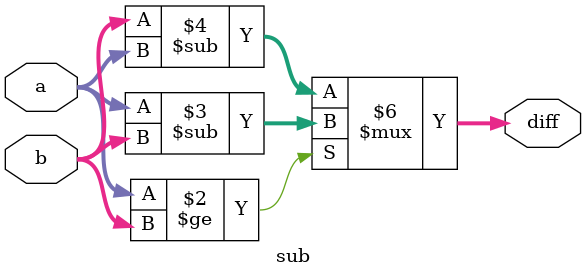
<source format=sv>
module sub(
    input  logic [15:0] a,  
    input  logic [15:0] b,   
    output logic [15:0] diff
);
    always_comb begin
        if (a >= b) begin
            diff = a - b;
        end else begin
            diff = b - a;
        end
    end
endmodule

</source>
